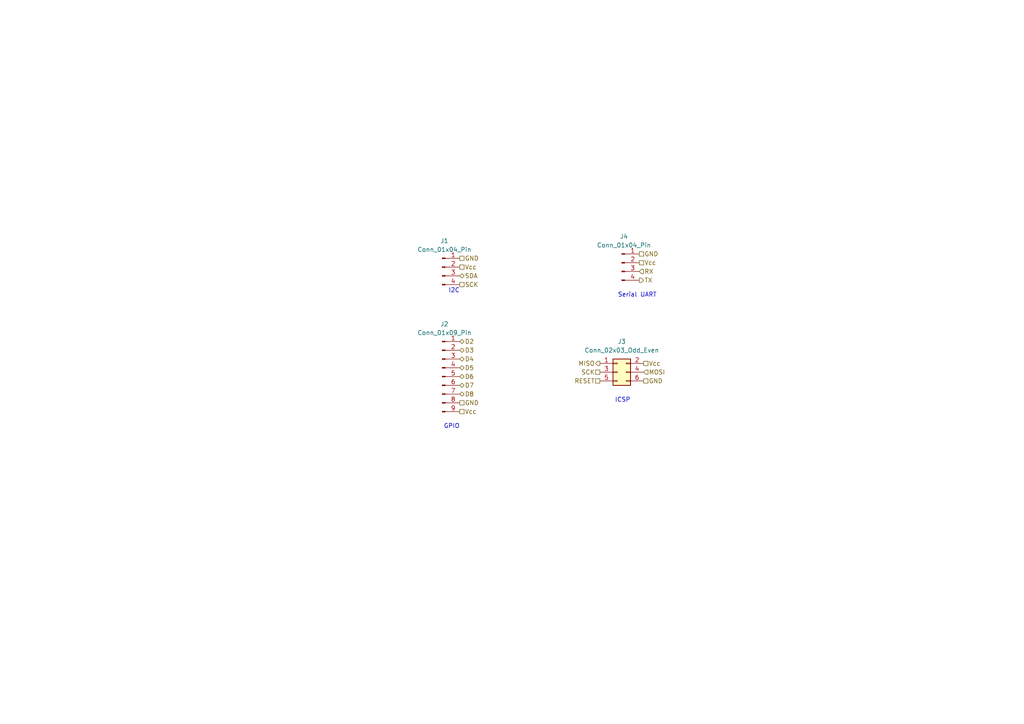
<source format=kicad_sch>
(kicad_sch (version 20230121) (generator eeschema)
  (paper "A4")
  (lib_symbols
    (symbol "Connector:Conn_01x04_Pin" (pin_names (offset 1.016) hide)
      (property "Reference" "J" (at 0 5.08 0))
      (property "Value" "Conn_01x04_Pin" (at 0 -7.62 0))
      (symbol "Conn_01x04_Pin_1_1"
        (polyline (pts (xy 1.27 -5.08) (xy 0.8636 -5.08)) (stroke (width 0.1524)))
        (polyline (pts (xy 1.27 -2.54) (xy 0.8636 -2.54)) (stroke (width 0.1524)))
        (polyline (pts (xy 1.27 0) (xy 0.8636 0)) (stroke (width 0.1524)))
        (polyline (pts (xy 1.27 2.54) (xy 0.8636 2.54)) (stroke (width 0.1524)))
        (rectangle (start 0.8636 -4.953) (end 0 -5.207) (stroke (width 0.1524)) (fill (type outline)))
        (rectangle (start 0.8636 -2.413) (end 0 -2.667) (stroke (width 0.1524)) (fill (type outline)))
        (rectangle (start 0.8636 0.127) (end 0 -0.127) (stroke (width 0.1524)) (fill (type outline)))
        (rectangle (start 0.8636 2.667) (end 0 2.413) (stroke (width 0.1524)) (fill (type outline)))
        (pin passive line (at 5.08 2.54 180) (length 3.81) (name "Pin_1") (number "1"))
        (pin passive line (at 5.08 0 180) (length 3.81) (name "Pin_2") (number "2"))
        (pin passive line (at 5.08 -2.54 180) (length 3.81) (name "Pin_3") (number "3"))
        (pin passive line (at 5.08 -5.08 180) (length 3.81) (name "Pin_4") (number "4"))
      )
    )
    (symbol "Connector:Conn_01x09_Pin" (pin_names (offset 1.016) hide)
      (property "Reference" "J" (at 0 12.7 0))
      (property "Value" "Conn_01x09_Pin" (at 0 -12.7 0))
      (symbol "Conn_01x09_Pin_1_1"
        (polyline (pts (xy 1.27 -10.16) (xy 0.8636 -10.16)) (stroke (width 0.1524)))
        (polyline (pts (xy 1.27 -7.62) (xy 0.8636 -7.62)) (stroke (width 0.1524)))
        (polyline (pts (xy 1.27 -5.08) (xy 0.8636 -5.08)) (stroke (width 0.1524)))
        (polyline (pts (xy 1.27 -2.54) (xy 0.8636 -2.54)) (stroke (width 0.1524)))
        (polyline (pts (xy 1.27 0) (xy 0.8636 0)) (stroke (width 0.1524)))
        (polyline (pts (xy 1.27 2.54) (xy 0.8636 2.54)) (stroke (width 0.1524)))
        (polyline (pts (xy 1.27 5.08) (xy 0.8636 5.08)) (stroke (width 0.1524)))
        (polyline (pts (xy 1.27 7.62) (xy 0.8636 7.62)) (stroke (width 0.1524)))
        (polyline (pts (xy 1.27 10.16) (xy 0.8636 10.16)) (stroke (width 0.1524)))
        (rectangle (start 0.8636 -10.033) (end 0 -10.287) (stroke (width 0.1524)) (fill (type outline)))
        (rectangle (start 0.8636 -7.493) (end 0 -7.747) (stroke (width 0.1524)) (fill (type outline)))
        (rectangle (start 0.8636 -4.953) (end 0 -5.207) (stroke (width 0.1524)) (fill (type outline)))
        (rectangle (start 0.8636 -2.413) (end 0 -2.667) (stroke (width 0.1524)) (fill (type outline)))
        (rectangle (start 0.8636 0.127) (end 0 -0.127) (stroke (width 0.1524)) (fill (type outline)))
        (rectangle (start 0.8636 2.667) (end 0 2.413) (stroke (width 0.1524)) (fill (type outline)))
        (rectangle (start 0.8636 5.207) (end 0 4.953) (stroke (width 0.1524)) (fill (type outline)))
        (rectangle (start 0.8636 7.747) (end 0 7.493) (stroke (width 0.1524)) (fill (type outline)))
        (rectangle (start 0.8636 10.287) (end 0 10.033) (stroke (width 0.1524)) (fill (type outline)))
        (pin passive line (at 5.08 10.16 180) (length 3.81) (name "Pin_1") (number "1"))
        (pin passive line (at 5.08 7.62 180) (length 3.81) (name "Pin_2") (number "2"))
        (pin passive line (at 5.08 5.08 180) (length 3.81) (name "Pin_3") (number "3"))
        (pin passive line (at 5.08 2.54 180) (length 3.81) (name "Pin_4") (number "4"))
        (pin passive line (at 5.08 0 180) (length 3.81) (name "Pin_5") (number "5"))
        (pin passive line (at 5.08 -2.54 180) (length 3.81) (name "Pin_6") (number "6"))
        (pin passive line (at 5.08 -5.08 180) (length 3.81) (name "Pin_7") (number "7"))
        (pin passive line (at 5.08 -7.62 180) (length 3.81) (name "Pin_8") (number "8"))
        (pin passive line (at 5.08 -10.16 180) (length 3.81) (name "Pin_9") (number "9"))
      )
    )
    (symbol "Connector_Generic:Conn_02x03_Odd_Even" (pin_names (offset 1.016) hide)
      (property "Reference" "J" (at 1.27 5.08 0))
      (property "Value" "Conn_02x03_Odd_Even" (at 1.27 -5.08 0))
      (symbol "Conn_02x03_Odd_Even_1_1"
        (rectangle (start -1.27 -2.413) (end 0 -2.667) (stroke (width 0.1524)))
        (rectangle (start -1.27 0.127) (end 0 -0.127) (stroke (width 0.1524)))
        (rectangle (start -1.27 2.667) (end 0 2.413) (stroke (width 0.1524)))
        (rectangle (start -1.27 3.81) (end 3.81 -3.81) (stroke (width 0.254)) (fill (type background)))
        (rectangle (start 3.81 -2.413) (end 2.54 -2.667) (stroke (width 0.1524)))
        (rectangle (start 3.81 0.127) (end 2.54 -0.127) (stroke (width 0.1524)))
        (rectangle (start 3.81 2.667) (end 2.54 2.413) (stroke (width 0.1524)))
        (pin passive line (at -5.08 2.54 0) (length 3.81) (name "Pin_1") (number "1"))
        (pin passive line (at 7.62 2.54 180) (length 3.81) (name "Pin_2") (number "2"))
        (pin passive line (at -5.08 0 0) (length 3.81) (name "Pin_3") (number "3"))
        (pin passive line (at 7.62 0 180) (length 3.81) (name "Pin_4") (number "4"))
        (pin passive line (at -5.08 -2.54 0) (length 3.81) (name "Pin_5") (number "5"))
        (pin passive line (at 7.62 -2.54 180) (length 3.81) (name "Pin_6") (number "6"))
      )
    )
  )
  (text "I2C\n" (at 133.35 85.09 0) (effects (font (size 1.27 1.27)) (justify right bottom)))
  (text "GPIO\n" (at 133.35 124.46 0) (effects (font (size 1.27 1.27)) (justify right bottom)))
  (text "Serial UART\n" (at 190.5 86.36 0) (effects (font (size 1.27 1.27)) (justify right bottom)))
  (text "ICSP\n" (at 182.88 116.84 0) (effects (font (size 1.27 1.27)) (justify right bottom)))
  (hierarchical_label "RX" (shape input) (at 185.42 78.74 0))
  (hierarchical_label "Vcc" (shape passive) (at 133.35 119.38 0))
  (hierarchical_label "D2" (shape tri_state) (at 133.35 99.06 0))
  (hierarchical_label "Vcc" (shape passive) (at 186.69 105.41 0))
  (hierarchical_label "Vcc" (shape passive) (at 133.35 77.47 0))
  (hierarchical_label "D7" (shape tri_state) (at 133.35 111.76 0))
  (hierarchical_label "SCK" (shape passive) (at 173.99 107.95 180))
  (hierarchical_label "GND" (shape passive) (at 133.35 74.93 0))
  (hierarchical_label "GND" (shape passive) (at 133.35 116.84 0))
  (hierarchical_label "D8" (shape tri_state) (at 133.35 114.3 0))
  (hierarchical_label "D5" (shape tri_state) (at 133.35 106.68 0))
  (hierarchical_label "MISO" (shape output) (at 173.99 105.41 180))
  (hierarchical_label "GND" (shape passive) (at 186.69 110.49 0))
  (hierarchical_label "SCK" (shape passive) (at 133.35 82.55 0))
  (hierarchical_label "D3" (shape tri_state) (at 133.35 101.6 0))
  (hierarchical_label "RESET" (shape passive) (at 173.99 110.49 180))
  (hierarchical_label "MOSI" (shape input) (at 186.69 107.95 0))
  (hierarchical_label "TX" (shape output) (at 185.42 81.28 0))
  (hierarchical_label "D6" (shape tri_state) (at 133.35 109.22 0))
  (hierarchical_label "GND" (shape passive) (at 185.42 73.66 0))
  (hierarchical_label "D4" (shape tri_state) (at 133.35 104.14 0))
  (hierarchical_label "SDA" (shape tri_state) (at 133.35 80.01 0))
  (hierarchical_label "Vcc" (shape passive) (at 185.42 76.2 0))
  (symbol (lib_id "Connector:Conn_01x04_Pin") (at 128.27 77.47 0) (unit 1)
    (property "Reference" "J1" (at 128.905 69.85 0))
    (property "Value" "Conn_01x04_Pin" (at 128.905 72.39 0))
    (property "Footprint" "Connector_PinHeader_2.54mm:PinHeader_1x04_P2.54mm_Vertical" (effects hide))
  )
  (symbol (lib_id "Connector_Generic:Conn_02x03_Odd_Even") (at 179.07 107.95 0) (unit 1)
    (property "Reference" "J3" (at 180.34 99.06 0))
    (property "Value" "Conn_02x03_Odd_Even" (at 180.34 101.6 0))
    (property "Footprint" "Connector_PinHeader_2.54mm:PinHeader_2x03_P2.54mm_Vertical" (effects hide))
  )
  (symbol (lib_id "Connector:Conn_01x09_Pin") (at 128.27 109.22 0) (unit 1)
    (property "Reference" "J2" (at 128.905 93.98 0))
    (property "Value" "Conn_01x09_Pin" (at 128.905 96.52 0))
    (property "Footprint" "Connector_PinHeader_2.54mm:PinHeader_1x09_P2.54mm_Vertical" (effects hide))
  )
  (symbol (lib_id "Connector:Conn_01x04_Pin") (at 180.34 76.2 0) (unit 1)
    (property "Reference" "J4" (at 180.975 68.58 0))
    (property "Value" "Conn_01x04_Pin" (at 180.975 71.12 0))
    (property "Footprint" "Connector_PinHeader_2.54mm:PinHeader_1x04_P2.54mm_Vertical" (effects hide))
  )
)
</source>
